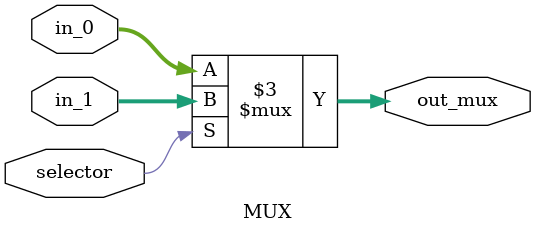
<source format=v>
`timescale 1ns / 1ps

module MUX #(parameter BITS=32)
    (
    input wire selector,       //Tiene valor 1 o 0
    input wire [BITS-1:0] in_0,    //Entrada 0 del selector
    input wire [BITS-1:0] in_1,    //Entrada 1 del selector
    
    output reg [BITS-1:0] out_mux  
    );
    
    always@(*) 
    begin
        if(selector)
            out_mux = in_1;
        else
            out_mux = in_0;
    end
    
endmodule

</source>
